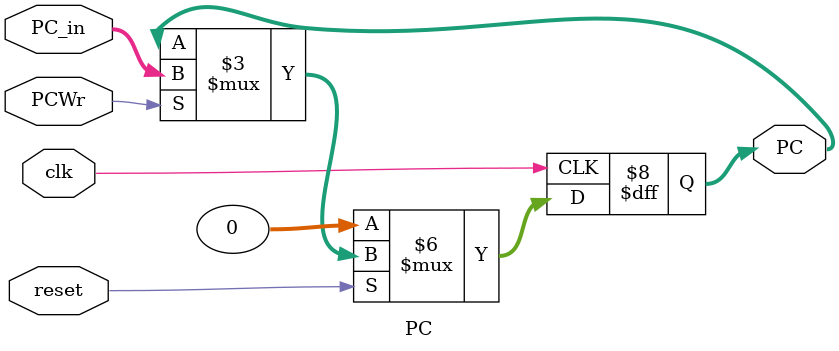
<source format=v>
`timescale 1ns/1ps

module PC (
	input             reset,
	input             clk  ,
	input             PCWr ,
	input      [31:0] PC_in,
	output reg [31:0] PC
);

	parameter ILLOP   = 32'h80000004;
	parameter XADR    = 32'h80000008;
	parameter RESETPC = 32'h00000000; // ONLY FOR DEBUG!
//parameter RESETPC = 32'h80000000;

	always@(posedge clk) begin
		if(~reset) begin
			PC <= RESETPC;
		end
		else if(PCWr) begin
			PC <= PC_in;
		end
	end

endmodule
</source>
